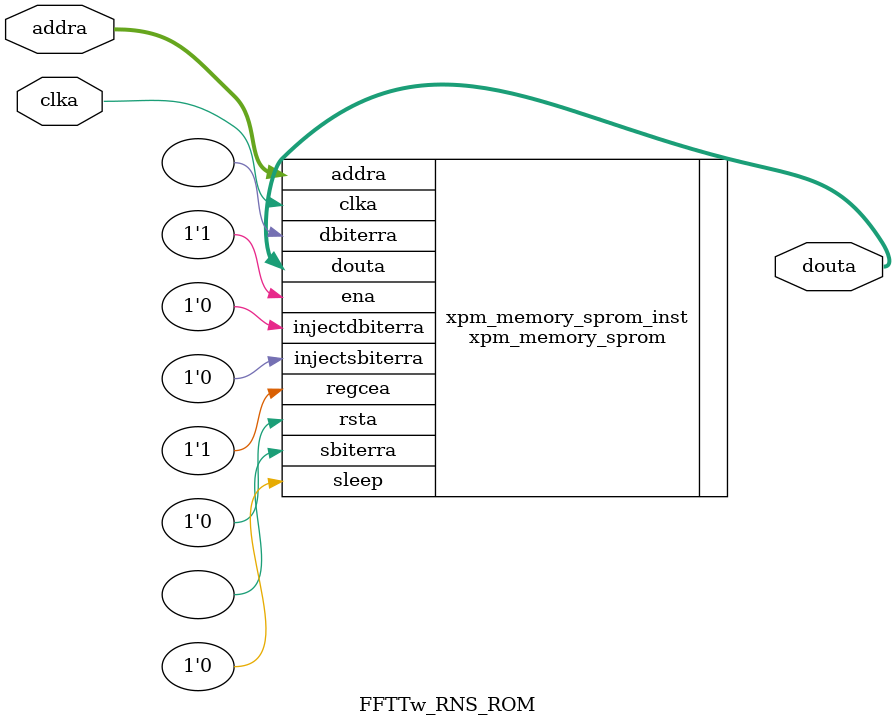
<source format=v>
`timescale 1ns / 1ps

module FFTTw_RNS_ROM #(
//    parameter LOGN = 13,
    parameter WORD_SIZE = 128
  )
  (
    clka,
    addra,
    douta
  );

  
  localparam LOG_DEPTH = 10;

  input clka;
  input [LOG_DEPTH-1:0] addra;
  output [WORD_SIZE-1:0] douta;

  // XPM_MEMORY instantiation template for Single Port ROM configurations
// Refer to the targeted device family architecture libraries guide for XPM_MEMORY documentation
// =======================================================================================================================

// Parameter usage table, organized as follows:
// +---------------------------------------------------------------------------------------------------------------------+
// | Parameter name       | Data type          | Restrictions, if applicable                                             |
// |---------------------------------------------------------------------------------------------------------------------|
// | Description                                                                                                         |
// +---------------------------------------------------------------------------------------------------------------------+
// +---------------------------------------------------------------------------------------------------------------------+
// | ADDR_WIDTH_A         | Integer            | Range: 1 - 20. Default value = 6.                                       |
// |---------------------------------------------------------------------------------------------------------------------|
// | Specify the width of the port A address port addra, in bits.                                                        |
// | Must be large enough to access the entire memory from port A, i.e. = $clog2(MEMORY_SIZE/READ_DATA_WIDTH_A).         |
// +---------------------------------------------------------------------------------------------------------------------+
// | AUTO_SLEEP_TIME      | Integer            | Range: 0 - 15. Default value = 0.                                       |
// |---------------------------------------------------------------------------------------------------------------------|
// | Must be set to 0                                                                                                    |
// | 0 - Disable auto-sleep feature                                                                                      |
// +---------------------------------------------------------------------------------------------------------------------+
// | CASCADE_HEIGHT       | Integer            | Range: 0 - 64. Default value = 0.                                       |
// |---------------------------------------------------------------------------------------------------------------------|
// | 0- No Cascade Height, Allow Vivado Synthesis to choose.                                                             |
// | 1 or more - Vivado Synthesis sets the specified value as Cascade Height.                                            |
// +---------------------------------------------------------------------------------------------------------------------+
// | ECC_MODE             | String             | Allowed values: no_ecc, both_encode_and_decode, decode_only, encode_only. Default value = no_ecc.|
// |---------------------------------------------------------------------------------------------------------------------|
// |                                                                                                                     |
// |   "no_ecc" - Disables ECC                                                                                           |
// |   "encode_only" - Enables ECC Encoder only                                                                          |
// |   "decode_only" - Enables ECC Decoder only                                                                          |
// |   "both_encode_and_decode" - Enables both ECC Encoder and Decoder                                                   |
// +---------------------------------------------------------------------------------------------------------------------+
// | MEMORY_INIT_FILE     | String             | Default value = none.                                                   |
// |---------------------------------------------------------------------------------------------------------------------|
// | Specify "none" (including quotes) for no memory initialization, or specify the name of a memory initialization file-|
// | Enter only the name of the file with .mem extension, including quotes but without path (e.g. "my_file.mem").        |
// | File format must be ASCII and consist of only hexadecimal values organized into the specified depth by              |
// | narrowest data width generic value of the memory. See the Memory File (MEM) section for more                        |
// | information on the syntax. Initialization of memory happens through the file name specified only when parameter     |
// | MEMORY_INIT_PARAM value is equal to "".                                                                             |
// | When using XPM_MEMORY in a project, add the specified file to the Vivado project as a design source.                |
// +---------------------------------------------------------------------------------------------------------------------+
// | MEMORY_INIT_PARAM    | String             | Default value = 0.                                                      |
// |---------------------------------------------------------------------------------------------------------------------|
// | Specify "" or "0" (including quotes) for no memory initialization through parameter, or specify the string          |
// | containing the hex characters. Enter only hex characters with each location separated by delimiter (,).             |
// | Parameter format must be ASCII and consist of only hexadecimal values organized into the specified depth by         |
// | narrowest data width generic value of the memory.For example, if the narrowest data width is 8, and the depth of    |
// | memory is 8 locations, then the parameter value should be passed as shown below.                                    |
// | parameter MEMORY_INIT_PARAM = "AB,CD,EF,1,2,34,56,78"                                                               |
// | Where "AB" is the 0th location and "78" is the 7th location.                                                        |
// +---------------------------------------------------------------------------------------------------------------------+
// | MEMORY_OPTIMIZATION  | String             | Allowed values: true, false. Default value = true.                      |
// |---------------------------------------------------------------------------------------------------------------------|
// | Specify "true" to enable the optimization of unused memory or bits in the memory structure. Specify "false" to      |
// | disable the optimization of unused memory or bits in the memory structure.                                          |
// +---------------------------------------------------------------------------------------------------------------------+
// | MEMORY_PRIMITIVE     | String             | Allowed values: auto, block, distributed, ultra. Default value = auto.  |
// |---------------------------------------------------------------------------------------------------------------------|
// | Designate the memory primitive (resource type) to use-                                                              |
// | "auto"- Allow Vivado Synthesis to choose                                                                            |
// | "distributed"- Distributed memory                                                                                   |
// | "block"- Block memory                                                                                               |
// +---------------------------------------------------------------------------------------------------------------------+
// | MEMORY_SIZE          | Integer            | Range: 2 - 150994944. Default value = 2048.                             |
// |---------------------------------------------------------------------------------------------------------------------|
// | Specify the total memory array size, in bits.                                                                       |
// | For example, enter 65536 for a 2kx32 ROM.                                                                           |
// +---------------------------------------------------------------------------------------------------------------------+
// | MESSAGE_CONTROL      | Integer            | Range: 0 - 1. Default value = 0.                                        |
// |---------------------------------------------------------------------------------------------------------------------|
// | Specify 1 to enable the dynamic message reporting such as collision warnings, and 0 to disable the message reporting|
// +---------------------------------------------------------------------------------------------------------------------+
// | READ_DATA_WIDTH_A    | Integer            | Range: 1 - 4608. Default value = 32.                                    |
// |---------------------------------------------------------------------------------------------------------------------|
// | Specify the width of the port A read data output port douta, in bits.                                               |
// +---------------------------------------------------------------------------------------------------------------------+
// | READ_LATENCY_A       | Integer            | Range: 0 - 100. Default value = 2.                                      |
// |---------------------------------------------------------------------------------------------------------------------|
// | Specify the number of register stages in the port A read data pipeline. Read data output to port douta takes this   |
// | number of clka cycles.                                                                                              |
// | To target block memory, a value of 1 or larger is required- 1 causes use of memory latch only; 2 causes use of      |
// | output register. To target distributed memory, a value of 0 or larger is required- 0 indicates combinatorial output.|
// | Values larger than 2 synthesize additional flip-flops that are not retimed into memory primitives.                  |
// +---------------------------------------------------------------------------------------------------------------------+
// | READ_RESET_VALUE_A   | String             | Default value = 0.                                                      |
// |---------------------------------------------------------------------------------------------------------------------|
// | Specify the reset value of the port A final output register stage in response to rsta input port is assertion.      |
// | For example, to reset the value of port douta to all 0s when READ_DATA_WIDTH_A is 32, specify 32HHHHh0.             |
// +---------------------------------------------------------------------------------------------------------------------+
// | RST_MODE_A           | String             | Allowed values: SYNC, ASYNC. Default value = SYNC.                      |
// |---------------------------------------------------------------------------------------------------------------------|
// | Describes the behaviour of the reset                                                                                |
// |                                                                                                                     |
// |   "SYNC" - when reset is applied, synchronously resets output port douta to the value specified by parameter READ_RESET_VALUE_A|
// |   "ASYNC" - when reset is applied, asynchronously resets output port douta to zero                                  |
// +---------------------------------------------------------------------------------------------------------------------+
// | SIM_ASSERT_CHK       | Integer            | Range: 0 - 1. Default value = 0.                                        |
// |---------------------------------------------------------------------------------------------------------------------|
// | 0- Disable simulation message reporting. Messages related to potential misuse will not be reported.                 |
// | 1- Enable simulation message reporting. Messages related to potential misuse will be reported.                      |
// +---------------------------------------------------------------------------------------------------------------------+
// | USE_MEM_INIT         | Integer            | Range: 0 - 1. Default value = 1.                                        |
// |---------------------------------------------------------------------------------------------------------------------|
// | Specify 1 to enable the generation of below message and 0 to disable generation of the following message completely.|
// | "INFO - MEMORY_INIT_FILE and MEMORY_INIT_PARAM together specifies no memory initialization.                         |
// | Initial memory contents will be all 0s."                                                                            |
// | NOTE: This message gets generated only when there is no Memory Initialization specified either through file or      |
// | Parameter.                                                                                                          |
// +---------------------------------------------------------------------------------------------------------------------+
// | WAKEUP_TIME          | String             | Allowed values: disable_sleep, use_sleep_pin. Default value = disable_sleep.|
// |---------------------------------------------------------------------------------------------------------------------|
// | Specify "disable_sleep" to disable dynamic power saving option, and specify "use_sleep_pin" to enable the           |
// | dynamic power saving option                                                                                         |
// +---------------------------------------------------------------------------------------------------------------------+

// Port usage table, organized as follows:
// +---------------------------------------------------------------------------------------------------------------------+
// | Port name      | Direction | Size, in bits                         | Domain  | Sense       | Handling if unused     |
// |---------------------------------------------------------------------------------------------------------------------|
// | Description                                                                                                         |
// +---------------------------------------------------------------------------------------------------------------------+
// +---------------------------------------------------------------------------------------------------------------------+
// | addra          | Input     | ADDR_WIDTH_A                          | clka    | NA          | Required               |
// |---------------------------------------------------------------------------------------------------------------------|
// | Address for port A read operations.                                                                                 |
// +---------------------------------------------------------------------------------------------------------------------+
// | clka           | Input     | 1                                     | NA      | Rising edge | Required               |
// |---------------------------------------------------------------------------------------------------------------------|
// | Clock signal for port A.                                                                                            |
// +---------------------------------------------------------------------------------------------------------------------+
// | dbiterra       | Output    | 1                                     | clka    | Active-high | DoNotCare              |
// |---------------------------------------------------------------------------------------------------------------------|
// | Leave open.                                                                                                         |
// +---------------------------------------------------------------------------------------------------------------------+
// | douta          | Output    | READ_DATA_WIDTH_A                     | clka    | NA          | Required               |
// |---------------------------------------------------------------------------------------------------------------------|
// | Data output for port A read operations.                                                                             |
// +---------------------------------------------------------------------------------------------------------------------+
// | ena            | Input     | 1                                     | clka    | Active-high | Required               |
// |---------------------------------------------------------------------------------------------------------------------|
// | Memory enable signal for port A.                                                                                    |
// | Must be high on clock cycles when read operations are initiated. Pipelined internally.                              |
// +---------------------------------------------------------------------------------------------------------------------+
// | injectdbiterra | Input     | 1                                     | clka    | Active-high | Tie to 1'b0            |
// |---------------------------------------------------------------------------------------------------------------------|
// | Do not change from the provided value.                                                                              |
// +---------------------------------------------------------------------------------------------------------------------+
// | injectsbiterra | Input     | 1                                     | clka    | Active-high | Tie to 1'b0            |
// |---------------------------------------------------------------------------------------------------------------------|
// | Do not change from the provided value.                                                                              |
// +---------------------------------------------------------------------------------------------------------------------+
// | regcea         | Input     | 1                                     | clka    | Active-high | Tie to 1'b1            |
// |---------------------------------------------------------------------------------------------------------------------|
// | Do not change from the provided value.                                                                              |
// +---------------------------------------------------------------------------------------------------------------------+
// | rsta           | Input     | 1                                     | clka    | Active-high | Required               |
// |---------------------------------------------------------------------------------------------------------------------|
// | Reset signal for the final port A output register stage.                                                            |
// | Synchronously resets output port douta to the value specified by parameter READ_RESET_VALUE_A.                      |
// +---------------------------------------------------------------------------------------------------------------------+
// | sbiterra       | Output    | 1                                     | clka    | Active-high | DoNotCare              |
// |---------------------------------------------------------------------------------------------------------------------|
// | Leave open.                                                                                                         |
// +---------------------------------------------------------------------------------------------------------------------+
// | sleep          | Input     | 1                                     | NA      | Active-high | Tie to 1'b0            |
// |---------------------------------------------------------------------------------------------------------------------|
// | sleep signal to enable the dynamic power saving feature.                                                            |
// +---------------------------------------------------------------------------------------------------------------------+


// xpm_memory_sprom : In order to incorporate this function into the design,
//     Verilog      : the following instance declaration needs to be placed
//     instance     : in the body of the design code.  The instance name
//   declaration    : (xpm_memory_sprom_inst) and/or the port declarations within the
//       code       : parenthesis may be changed to properly reference and
//                  : connect this function to the design.  All inputs
//                  : and outputs must be connected.

//  Please reference the appropriate libraries guide for additional information on the XPM modules.

//  <-----Cut code below this line---->

   // xpm_memory_sprom: Single Port ROM
   // Xilinx Parameterized Macro, version 2019.1

  xpm_memory_sprom #(
      .ADDR_WIDTH_A(LOG_DEPTH),              // DECIMAL
      .AUTO_SLEEP_TIME(0),           // DECIMAL
      .CASCADE_HEIGHT(0),            // DECIMAL
      .ECC_MODE("no_ecc"),           // String
      /*.MEMORY_INIT_FILE(LOGN == 14 ? "TwFctrCache_RNSConsts_14.mem" : 
                        LOGN == 15 ? "TwFctrCache_RNSConsts_15.mem" : 
                                     "TwFctrCache_RNSConsts_13.mem"),     // String*/
      .MEMORY_INIT_FILE("TwFctrCache_RNSConsts.mem"),
      .MEMORY_INIT_PARAM(""),       // String
      .MEMORY_OPTIMIZATION("true"),  // String
      .MEMORY_PRIMITIVE("block"),     // String
      .MEMORY_SIZE((1<<LOG_DEPTH)*WORD_SIZE),            // DECIMAL
      .MESSAGE_CONTROL(0),           // DECIMAL
      .READ_DATA_WIDTH_A(WORD_SIZE),        // DECIMAL
      .READ_LATENCY_A(2),            // DECIMAL
      .READ_RESET_VALUE_A("0"),      // String
      .RST_MODE_A("SYNC"),           // String
      .SIM_ASSERT_CHK(0),            // DECIMAL; 0=disable simulation messages, 1=enable simulation messages
      .USE_MEM_INIT(1),              // DECIMAL
      .WAKEUP_TIME("disable_sleep")  // String
   )
   xpm_memory_sprom_inst (
      .dbiterra(),             // 1-bit output: Leave open.
      .douta(douta),                   // READ_DATA_WIDTH_A-bit output: Data output for port A read operations.
      .sbiterra(),             // 1-bit output: Leave open.
      .addra(addra),                   // ADDR_WIDTH_A-bit input: Address for port A read operations.
      .clka(clka),                     // 1-bit input: Clock signal for port A.
      .ena(1'd1),                       // 1-bit input: Memory enable signal for port A. Must be high on clock
                                       // cycles when read operations are initiated. Pipelined internally.

      .injectdbiterra(1'd0), // 1-bit input: Do not change from the provided value.
      .injectsbiterra(1'd0), // 1-bit input: Do not change from the provided value.
      .regcea(1'd1),                 // 1-bit input: Do not change from the provided value.
      .rsta(1'd0),                     // 1-bit input: Reset signal for the final port A output register stage.
                                       // Synchronously resets output port douta to the value specified by
                                       // parameter READ_RESET_VALUE_A.

      .sleep(1'd0)                    // 1-bit input: sleep signal to enable the dynamic power saving feature.
   );

   // End of xpm_memory_sprom_inst instantiation
endmodule				
</source>
